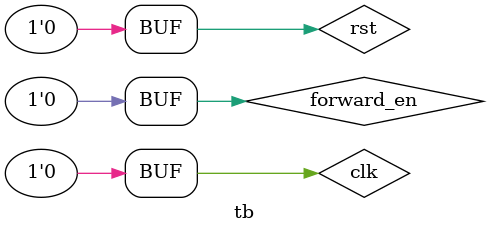
<source format=v>
`timescale 1ns/1ns
module tb();
    reg clk, rst, forward_en;
    ARM arm(clk, rst, forward_en);
    
    initial begin
		forward_en = 0;
		#10 clk = 0;
		rst = 1;
		#10 rst = 0;
		repeat(1000) begin
			#10 clk = ~clk;
		end
	end
	
endmodule
</source>
